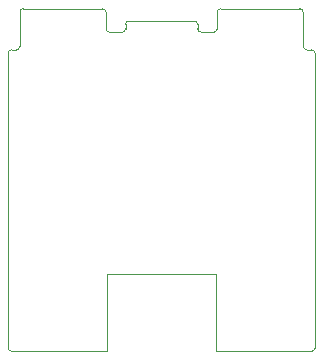
<source format=gbr>
%TF.GenerationSoftware,KiCad,Pcbnew,8.0.3*%
%TF.CreationDate,2024-07-13T10:44:47+10:00*%
%TF.ProjectId,EC Debug,45432044-6562-4756-972e-6b696361645f,rev?*%
%TF.SameCoordinates,Original*%
%TF.FileFunction,Profile,NP*%
%FSLAX46Y46*%
G04 Gerber Fmt 4.6, Leading zero omitted, Abs format (unit mm)*
G04 Created by KiCad (PCBNEW 8.0.3) date 2024-07-13 10:44:47*
%MOMM*%
%LPD*%
G01*
G04 APERTURE LIST*
%TA.AperFunction,Profile*%
%ADD10C,0.050000*%
%TD*%
G04 APERTURE END LIST*
D10*
X12300000Y15820000D02*
X20350000Y15820000D01*
X20600000Y42820000D02*
G75*
G02*
X20300000Y43120000I0J300000D01*
G01*
X30000000Y44820000D02*
X36700000Y44820000D01*
X13000000Y41620000D02*
X13000000Y44520000D01*
X12300000Y41320000D02*
X12700000Y41320000D01*
X38000000Y41020000D02*
X38000000Y16120000D01*
X29300000Y42820000D02*
X29400000Y42820000D01*
X29700000Y43120000D02*
X29700000Y44520000D01*
X20300000Y43120000D02*
X20300000Y44520000D01*
X20600000Y42820000D02*
X20700000Y42820000D01*
X29700000Y44520000D02*
G75*
G02*
X30000000Y44820000I300000J0D01*
G01*
X38000000Y16120000D02*
G75*
G02*
X37700000Y15820000I-300000J0D01*
G01*
X13000000Y41620000D02*
G75*
G02*
X12700000Y41320000I-300000J0D01*
G01*
X20000000Y44820000D02*
X13300000Y44820000D01*
X37300000Y41320000D02*
X37700000Y41320000D01*
X29700000Y43120000D02*
G75*
G02*
X29400000Y42820000I-300000J0D01*
G01*
X12300000Y15820000D02*
G75*
G02*
X12000000Y16120000I0J300000D01*
G01*
X12000000Y41020000D02*
G75*
G02*
X12300000Y41320000I300000J0D01*
G01*
X37000000Y41620000D02*
X37000000Y44520000D01*
X12000000Y41020000D02*
X12000000Y16120000D01*
X37700000Y41320000D02*
G75*
G02*
X38000000Y41020000I0J-300000D01*
G01*
X37700000Y15820000D02*
X29650000Y15820000D01*
X36700000Y44820000D02*
G75*
G02*
X37000000Y44520000I0J-300000D01*
G01*
X20000000Y44820000D02*
G75*
G02*
X20300000Y44520000I0J-300000D01*
G01*
X37300000Y41320000D02*
G75*
G02*
X37000000Y41620000I0J300000D01*
G01*
X13000000Y44520000D02*
G75*
G02*
X13300000Y44820000I300000J0D01*
G01*
%TO.C,J2*%
X20350000Y22320000D02*
X20350000Y15820000D01*
X20350000Y22320000D02*
X29650000Y22320000D01*
X29650000Y22320000D02*
X29650000Y15820000D01*
%TO.C,P1*%
X21650000Y42820000D02*
X20700000Y42820000D01*
X21950000Y43480000D02*
X21950000Y43120000D01*
X22250000Y43780000D02*
X27750000Y43780000D01*
X28050000Y43480000D02*
X28050000Y43120000D01*
X28350000Y42820000D02*
X29300000Y42820000D01*
X21950000Y43480000D02*
G75*
G02*
X22250000Y43780000I300000J0D01*
G01*
X21950000Y43120000D02*
G75*
G02*
X21650000Y42820000I-300000J0D01*
G01*
X27750000Y43780000D02*
G75*
G02*
X28050000Y43480000I0J-300000D01*
G01*
X28350000Y42820000D02*
G75*
G02*
X28050000Y43120000I0J300000D01*
G01*
%TD*%
M02*

</source>
